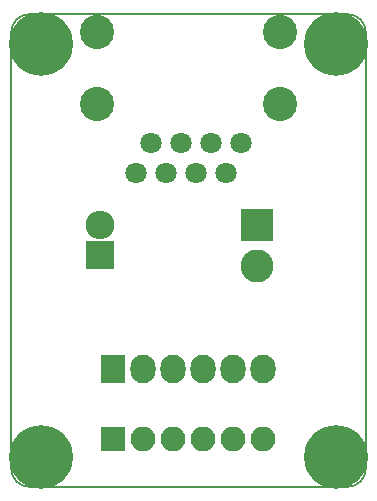
<source format=gbs>
G04 #@! TF.FileFunction,Soldermask,Bot*
%FSLAX46Y46*%
G04 Gerber Fmt 4.6, Leading zero omitted, Abs format (unit mm)*
G04 Created by KiCad (PCBNEW 4.0.7-e2-6376~58~ubuntu16.04.1) date Fri Aug  3 19:32:04 2018*
%MOMM*%
%LPD*%
G01*
G04 APERTURE LIST*
%ADD10C,0.100000*%
%ADD11C,0.150000*%
%ADD12C,5.400000*%
%ADD13O,2.127200X2.432000*%
%ADD14R,2.127200X2.432000*%
%ADD15R,2.432000X2.432000*%
%ADD16O,2.432000X2.432000*%
%ADD17C,2.800000*%
%ADD18R,2.800000X2.800000*%
%ADD19C,2.900000*%
%ADD20C,1.800000*%
%ADD21R,2.100000X2.100000*%
%ADD22O,2.100000X2.100000*%
G04 APERTURE END LIST*
D10*
D11*
X136500000Y-90000000D02*
G75*
G03X135000000Y-91500000I0J-1500000D01*
G01*
X165000000Y-91500000D02*
G75*
G03X163500000Y-90000000I-1500000J0D01*
G01*
X163500000Y-130000000D02*
G75*
G03X165000000Y-128500000I0J1500000D01*
G01*
X135000000Y-128500000D02*
G75*
G03X136500000Y-130000000I1500000J0D01*
G01*
X135000000Y-91500000D02*
X135000000Y-128500000D01*
X163500000Y-130000000D02*
X136500000Y-130000000D01*
X165000000Y-91500000D02*
X165000000Y-128500000D01*
X136500000Y-90000000D02*
X163500000Y-90000000D01*
D12*
X137500000Y-127500000D03*
X162500000Y-127500000D03*
X162500000Y-92500000D03*
D13*
X156337000Y-120015000D03*
X153797000Y-120015000D03*
X151257000Y-120015000D03*
X148717000Y-120015000D03*
X146177000Y-120015000D03*
D14*
X143637000Y-120015000D03*
D15*
X142494000Y-110363000D03*
D16*
X142494000Y-107823000D03*
D17*
X155764000Y-111351000D03*
D18*
X155764000Y-107851000D03*
D12*
X137500000Y-92500000D03*
D19*
X157762400Y-91539600D03*
X142262400Y-91539600D03*
D20*
X151917400Y-100929600D03*
X154457400Y-100929600D03*
X153187400Y-103469600D03*
X150647400Y-103469600D03*
X149377400Y-100929600D03*
X148107400Y-103469600D03*
X146837400Y-100929600D03*
X145567400Y-103469600D03*
D19*
X157762400Y-97639600D03*
X142262400Y-97639600D03*
D21*
X143637000Y-125984000D03*
D22*
X146177000Y-125984000D03*
X148717000Y-125984000D03*
X151257000Y-125984000D03*
X153797000Y-125984000D03*
X156337000Y-125984000D03*
M02*

</source>
